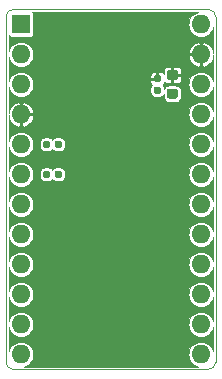
<source format=gbr>
%TF.GenerationSoftware,KiCad,Pcbnew,5.1.6+dfsg1-1~bpo10+1*%
%TF.CreationDate,2020-07-11T10:35:13+00:00*%
%TF.ProjectId,ProMicro_TEST,50726f4d-6963-4726-9f5f-544553542e6b,v1.0*%
%TF.SameCoordinates,Original*%
%TF.FileFunction,Copper,L1,Top*%
%TF.FilePolarity,Positive*%
%FSLAX45Y45*%
G04 Gerber Fmt 4.5, Leading zero omitted, Abs format (unit mm)*
G04 Created by KiCad (PCBNEW 5.1.6+dfsg1-1~bpo10+1) date 2020-07-11 10:35:13*
%MOMM*%
%LPD*%
G01*
G04 APERTURE LIST*
%TA.AperFunction,Profile*%
%ADD10C,0.100000*%
%TD*%
%TA.AperFunction,ComponentPad*%
%ADD11O,1.600000X1.600000*%
%TD*%
%TA.AperFunction,ComponentPad*%
%ADD12R,1.600000X1.600000*%
%TD*%
%TA.AperFunction,Conductor*%
%ADD13C,0.125000*%
%TD*%
G04 APERTURE END LIST*
D10*
X127000Y2857500D02*
X127000Y-63500D01*
X-1651000Y-63500D02*
X-1651000Y2857500D01*
X-1587500Y-127000D02*
G75*
G02*
X-1651000Y-63500I0J63500D01*
G01*
X127000Y-63500D02*
G75*
G02*
X63500Y-127000I-63500J0D01*
G01*
X63500Y2921000D02*
G75*
G02*
X127000Y2857500I0J-63500D01*
G01*
X-1651000Y2857500D02*
G75*
G02*
X-1587500Y2921000I63500J0D01*
G01*
X63500Y-127000D02*
X-1587500Y-127000D01*
X-1587500Y2921000D02*
X63500Y2921000D01*
%TA.AperFunction,SMDPad,CuDef*%
G36*
G01*
X-1238300Y1760750D02*
X-1238300Y1795250D01*
G75*
G02*
X-1223550Y1810000I14750J0D01*
G01*
X-1194050Y1810000D01*
G75*
G02*
X-1179300Y1795250I0J-14750D01*
G01*
X-1179300Y1760750D01*
G75*
G02*
X-1194050Y1746000I-14750J0D01*
G01*
X-1223550Y1746000D01*
G75*
G02*
X-1238300Y1760750I0J14750D01*
G01*
G37*
%TD.AperFunction*%
%TA.AperFunction,SMDPad,CuDef*%
G36*
G01*
X-1335300Y1760750D02*
X-1335300Y1795250D01*
G75*
G02*
X-1320550Y1810000I14750J0D01*
G01*
X-1291050Y1810000D01*
G75*
G02*
X-1276300Y1795250I0J-14750D01*
G01*
X-1276300Y1760750D01*
G75*
G02*
X-1291050Y1746000I-14750J0D01*
G01*
X-1320550Y1746000D01*
G75*
G02*
X-1335300Y1760750I0J14750D01*
G01*
G37*
%TD.AperFunction*%
%TA.AperFunction,SMDPad,CuDef*%
G36*
G01*
X-1238300Y1506750D02*
X-1238300Y1541250D01*
G75*
G02*
X-1223550Y1556000I14750J0D01*
G01*
X-1194050Y1556000D01*
G75*
G02*
X-1179300Y1541250I0J-14750D01*
G01*
X-1179300Y1506750D01*
G75*
G02*
X-1194050Y1492000I-14750J0D01*
G01*
X-1223550Y1492000D01*
G75*
G02*
X-1238300Y1506750I0J14750D01*
G01*
G37*
%TD.AperFunction*%
%TA.AperFunction,SMDPad,CuDef*%
G36*
G01*
X-1335300Y1506750D02*
X-1335300Y1541250D01*
G75*
G02*
X-1320550Y1556000I14750J0D01*
G01*
X-1291050Y1556000D01*
G75*
G02*
X-1276300Y1541250I0J-14750D01*
G01*
X-1276300Y1506750D01*
G75*
G02*
X-1291050Y1492000I-14750J0D01*
G01*
X-1320550Y1492000D01*
G75*
G02*
X-1335300Y1506750I0J14750D01*
G01*
G37*
%TD.AperFunction*%
%TA.AperFunction,SMDPad,CuDef*%
G36*
G01*
X-215675Y2321000D02*
X-266925Y2321000D01*
G75*
G02*
X-288800Y2342875I0J21875D01*
G01*
X-288800Y2386625D01*
G75*
G02*
X-266925Y2408500I21875J0D01*
G01*
X-215675Y2408500D01*
G75*
G02*
X-193800Y2386625I0J-21875D01*
G01*
X-193800Y2342875D01*
G75*
G02*
X-215675Y2321000I-21875J0D01*
G01*
G37*
%TD.AperFunction*%
%TA.AperFunction,SMDPad,CuDef*%
G36*
G01*
X-215675Y2163500D02*
X-266925Y2163500D01*
G75*
G02*
X-288800Y2185375I0J21875D01*
G01*
X-288800Y2229125D01*
G75*
G02*
X-266925Y2251000I21875J0D01*
G01*
X-215675Y2251000D01*
G75*
G02*
X-193800Y2229125I0J-21875D01*
G01*
X-193800Y2185375D01*
G75*
G02*
X-215675Y2163500I-21875J0D01*
G01*
G37*
%TD.AperFunction*%
%TA.AperFunction,SMDPad,CuDef*%
G36*
G01*
X-351050Y2305000D02*
X-385550Y2305000D01*
G75*
G02*
X-400300Y2319750I0J14750D01*
G01*
X-400300Y2349250D01*
G75*
G02*
X-385550Y2364000I14750J0D01*
G01*
X-351050Y2364000D01*
G75*
G02*
X-336300Y2349250I0J-14750D01*
G01*
X-336300Y2319750D01*
G75*
G02*
X-351050Y2305000I-14750J0D01*
G01*
G37*
%TD.AperFunction*%
%TA.AperFunction,SMDPad,CuDef*%
G36*
G01*
X-351050Y2208000D02*
X-385550Y2208000D01*
G75*
G02*
X-400300Y2222750I0J14750D01*
G01*
X-400300Y2252250D01*
G75*
G02*
X-385550Y2267000I14750J0D01*
G01*
X-351050Y2267000D01*
G75*
G02*
X-336300Y2252250I0J-14750D01*
G01*
X-336300Y2222750D01*
G75*
G02*
X-351050Y2208000I-14750J0D01*
G01*
G37*
%TD.AperFunction*%
D11*
X0Y2794000D03*
X0Y2540000D03*
X0Y2286000D03*
X-1524000Y0D03*
X0Y2032000D03*
X-1524000Y254000D03*
X0Y1778000D03*
X-1524000Y508000D03*
X0Y1524000D03*
X-1524000Y762000D03*
X0Y1270000D03*
X-1524000Y1016000D03*
X0Y1016000D03*
X-1524000Y1270000D03*
X0Y762000D03*
X-1524000Y1524000D03*
X0Y508000D03*
X-1524000Y1778000D03*
X0Y254000D03*
X-1524000Y2032000D03*
X0Y0D03*
X-1524000Y2286000D03*
X-1524000Y2540000D03*
D12*
X-1524000Y2794000D03*
D13*
G36*
X-40857Y2892637D02*
G01*
X-59315Y2882771D01*
X-75494Y2869493D01*
X-88771Y2853315D01*
X-98637Y2834857D01*
X-104713Y2814829D01*
X-106764Y2794000D01*
X-104713Y2773171D01*
X-98637Y2753143D01*
X-88771Y2734685D01*
X-75494Y2718507D01*
X-59315Y2705229D01*
X-40857Y2695363D01*
X-20829Y2689287D01*
X-5219Y2687750D01*
X5219Y2687750D01*
X20829Y2689287D01*
X40857Y2695363D01*
X59315Y2705229D01*
X75494Y2718507D01*
X88771Y2734685D01*
X98637Y2753143D01*
X103250Y2768350D01*
X103250Y2548750D01*
X99303Y2548750D01*
X103217Y2565207D01*
X99826Y2576385D01*
X90810Y2595161D01*
X78303Y2611818D01*
X62788Y2625714D01*
X44859Y2636316D01*
X25207Y2643217D01*
X8750Y2639327D01*
X8750Y2548750D01*
X10750Y2548750D01*
X10750Y2531250D01*
X8750Y2531250D01*
X8750Y2440673D01*
X25207Y2436783D01*
X44859Y2443684D01*
X62788Y2454286D01*
X78303Y2468182D01*
X90810Y2484839D01*
X99826Y2503615D01*
X103217Y2514793D01*
X99303Y2531250D01*
X103250Y2531250D01*
X103250Y2311650D01*
X98637Y2326857D01*
X88771Y2345315D01*
X75494Y2361494D01*
X59315Y2374771D01*
X40857Y2384637D01*
X20829Y2390713D01*
X5219Y2392250D01*
X-5219Y2392250D01*
X-20829Y2390713D01*
X-40857Y2384637D01*
X-59315Y2374771D01*
X-75494Y2361494D01*
X-88771Y2345315D01*
X-98637Y2326857D01*
X-104713Y2306829D01*
X-106764Y2286000D01*
X-104713Y2265171D01*
X-98637Y2245143D01*
X-88771Y2226685D01*
X-75494Y2210507D01*
X-59315Y2197229D01*
X-40857Y2187363D01*
X-20829Y2181287D01*
X-5219Y2179750D01*
X5219Y2179750D01*
X20829Y2181287D01*
X40857Y2187363D01*
X59315Y2197229D01*
X75494Y2210507D01*
X88771Y2226685D01*
X98637Y2245143D01*
X103250Y2260350D01*
X103250Y2057650D01*
X98637Y2072857D01*
X88771Y2091315D01*
X75494Y2107494D01*
X59315Y2120771D01*
X40857Y2130637D01*
X20829Y2136713D01*
X5219Y2138250D01*
X-5219Y2138250D01*
X-20829Y2136713D01*
X-40857Y2130637D01*
X-59315Y2120771D01*
X-75494Y2107494D01*
X-88771Y2091315D01*
X-98637Y2072857D01*
X-104713Y2052829D01*
X-106764Y2032000D01*
X-104713Y2011171D01*
X-98637Y1991143D01*
X-88771Y1972685D01*
X-75494Y1956506D01*
X-59315Y1943229D01*
X-40857Y1933363D01*
X-20829Y1927287D01*
X-5219Y1925750D01*
X5219Y1925750D01*
X20829Y1927287D01*
X40857Y1933363D01*
X59315Y1943229D01*
X75494Y1956506D01*
X88771Y1972685D01*
X98637Y1991143D01*
X103250Y2006350D01*
X103250Y1803650D01*
X98637Y1818857D01*
X88771Y1837315D01*
X75494Y1853493D01*
X59315Y1866771D01*
X40857Y1876637D01*
X20829Y1882713D01*
X5219Y1884250D01*
X-5219Y1884250D01*
X-20829Y1882713D01*
X-40857Y1876637D01*
X-59315Y1866771D01*
X-75494Y1853493D01*
X-88771Y1837315D01*
X-98637Y1818857D01*
X-104713Y1798829D01*
X-106764Y1778000D01*
X-104713Y1757171D01*
X-98637Y1737143D01*
X-88771Y1718685D01*
X-75494Y1702506D01*
X-59315Y1689229D01*
X-40857Y1679363D01*
X-20829Y1673287D01*
X-5219Y1671750D01*
X5219Y1671750D01*
X20829Y1673287D01*
X40857Y1679363D01*
X59315Y1689229D01*
X75494Y1702506D01*
X88771Y1718685D01*
X98637Y1737143D01*
X103250Y1752350D01*
X103250Y1549650D01*
X98637Y1564857D01*
X88771Y1583315D01*
X75494Y1599493D01*
X59315Y1612771D01*
X40857Y1622637D01*
X20829Y1628713D01*
X5219Y1630250D01*
X-5219Y1630250D01*
X-20829Y1628713D01*
X-40857Y1622637D01*
X-59315Y1612771D01*
X-75494Y1599493D01*
X-88771Y1583315D01*
X-98637Y1564857D01*
X-104713Y1544829D01*
X-106764Y1524000D01*
X-104713Y1503171D01*
X-98637Y1483143D01*
X-88771Y1464685D01*
X-75494Y1448506D01*
X-59315Y1435229D01*
X-40857Y1425363D01*
X-20829Y1419287D01*
X-5219Y1417750D01*
X5219Y1417750D01*
X20829Y1419287D01*
X40857Y1425363D01*
X59315Y1435229D01*
X75494Y1448506D01*
X88771Y1464685D01*
X98637Y1483143D01*
X103250Y1498350D01*
X103250Y1295650D01*
X98637Y1310857D01*
X88771Y1329315D01*
X75494Y1345494D01*
X59315Y1358771D01*
X40857Y1368637D01*
X20829Y1374713D01*
X5219Y1376250D01*
X-5219Y1376250D01*
X-20829Y1374713D01*
X-40857Y1368637D01*
X-59315Y1358771D01*
X-75494Y1345494D01*
X-88771Y1329315D01*
X-98637Y1310857D01*
X-104713Y1290829D01*
X-106764Y1270000D01*
X-104713Y1249171D01*
X-98637Y1229143D01*
X-88771Y1210685D01*
X-75494Y1194507D01*
X-59315Y1181229D01*
X-40857Y1171363D01*
X-20829Y1165287D01*
X-5219Y1163750D01*
X5219Y1163750D01*
X20829Y1165287D01*
X40857Y1171363D01*
X59315Y1181229D01*
X75494Y1194507D01*
X88771Y1210685D01*
X98637Y1229143D01*
X103250Y1244350D01*
X103250Y1041650D01*
X98637Y1056857D01*
X88771Y1075315D01*
X75494Y1091494D01*
X59315Y1104771D01*
X40857Y1114637D01*
X20829Y1120713D01*
X5219Y1122250D01*
X-5219Y1122250D01*
X-20829Y1120713D01*
X-40857Y1114637D01*
X-59315Y1104771D01*
X-75494Y1091494D01*
X-88771Y1075315D01*
X-98637Y1056857D01*
X-104713Y1036829D01*
X-106764Y1016000D01*
X-104713Y995171D01*
X-98637Y975143D01*
X-88771Y956685D01*
X-75494Y940506D01*
X-59315Y927229D01*
X-40857Y917363D01*
X-20829Y911287D01*
X-5219Y909750D01*
X5219Y909750D01*
X20829Y911287D01*
X40857Y917363D01*
X59315Y927229D01*
X75494Y940506D01*
X88771Y956685D01*
X98637Y975143D01*
X103250Y990350D01*
X103250Y787650D01*
X98637Y802857D01*
X88771Y821315D01*
X75494Y837493D01*
X59315Y850771D01*
X40857Y860637D01*
X20829Y866713D01*
X5219Y868250D01*
X-5219Y868250D01*
X-20829Y866713D01*
X-40857Y860637D01*
X-59315Y850771D01*
X-75494Y837493D01*
X-88771Y821315D01*
X-98637Y802857D01*
X-104713Y782829D01*
X-106764Y762000D01*
X-104713Y741171D01*
X-98637Y721143D01*
X-88771Y702685D01*
X-75494Y686507D01*
X-59315Y673229D01*
X-40857Y663363D01*
X-20829Y657287D01*
X-5219Y655750D01*
X5219Y655750D01*
X20829Y657287D01*
X40857Y663363D01*
X59315Y673229D01*
X75494Y686507D01*
X88771Y702685D01*
X98637Y721143D01*
X103250Y736350D01*
X103250Y533650D01*
X98637Y548857D01*
X88771Y567315D01*
X75494Y583494D01*
X59315Y596771D01*
X40857Y606637D01*
X20829Y612713D01*
X5219Y614250D01*
X-5219Y614250D01*
X-20829Y612713D01*
X-40857Y606637D01*
X-59315Y596771D01*
X-75494Y583494D01*
X-88771Y567315D01*
X-98637Y548857D01*
X-104713Y528829D01*
X-106764Y508000D01*
X-104713Y487171D01*
X-98637Y467143D01*
X-88771Y448685D01*
X-75494Y432506D01*
X-59315Y419229D01*
X-40857Y409363D01*
X-20829Y403287D01*
X-5219Y401750D01*
X5219Y401750D01*
X20829Y403287D01*
X40857Y409363D01*
X59315Y419229D01*
X75494Y432506D01*
X88771Y448685D01*
X98637Y467143D01*
X103250Y482350D01*
X103250Y279650D01*
X98637Y294857D01*
X88771Y313315D01*
X75494Y329494D01*
X59315Y342771D01*
X40857Y352637D01*
X20829Y358713D01*
X5219Y360250D01*
X-5219Y360250D01*
X-20829Y358713D01*
X-40857Y352637D01*
X-59315Y342771D01*
X-75494Y329494D01*
X-88771Y313315D01*
X-98637Y294857D01*
X-104713Y274829D01*
X-106764Y254000D01*
X-104713Y233171D01*
X-98637Y213143D01*
X-88771Y194685D01*
X-75494Y178506D01*
X-59315Y165229D01*
X-40857Y155363D01*
X-20829Y149287D01*
X-5219Y147750D01*
X5219Y147750D01*
X20829Y149287D01*
X40857Y155363D01*
X59315Y165229D01*
X75494Y178506D01*
X88771Y194685D01*
X98637Y213143D01*
X103250Y228350D01*
X103250Y25650D01*
X98637Y40857D01*
X88771Y59315D01*
X75494Y75494D01*
X59315Y88771D01*
X40857Y98637D01*
X20829Y104713D01*
X5219Y106250D01*
X-5219Y106250D01*
X-20829Y104713D01*
X-40857Y98637D01*
X-59315Y88771D01*
X-75494Y75494D01*
X-88771Y59315D01*
X-98637Y40857D01*
X-104713Y20829D01*
X-106764Y0D01*
X-104713Y-20829D01*
X-98637Y-40857D01*
X-88771Y-59315D01*
X-75494Y-75494D01*
X-59315Y-88771D01*
X-40857Y-98637D01*
X-25650Y-103250D01*
X-1498350Y-103250D01*
X-1483143Y-98637D01*
X-1464685Y-88771D01*
X-1448506Y-75494D01*
X-1435229Y-59315D01*
X-1425363Y-40857D01*
X-1419287Y-20829D01*
X-1417236Y0D01*
X-1419287Y20829D01*
X-1425363Y40857D01*
X-1435229Y59315D01*
X-1448506Y75494D01*
X-1464685Y88771D01*
X-1483143Y98637D01*
X-1503171Y104713D01*
X-1518781Y106250D01*
X-1529219Y106250D01*
X-1544829Y104713D01*
X-1564857Y98637D01*
X-1583315Y88771D01*
X-1599493Y75494D01*
X-1612771Y59315D01*
X-1622637Y40857D01*
X-1627250Y25650D01*
X-1627250Y228350D01*
X-1622637Y213143D01*
X-1612771Y194685D01*
X-1599493Y178506D01*
X-1583315Y165229D01*
X-1564857Y155363D01*
X-1544829Y149287D01*
X-1529219Y147750D01*
X-1518781Y147750D01*
X-1503171Y149287D01*
X-1483143Y155363D01*
X-1464685Y165229D01*
X-1448506Y178506D01*
X-1435229Y194685D01*
X-1425363Y213143D01*
X-1419287Y233171D01*
X-1417236Y254000D01*
X-1419287Y274829D01*
X-1425363Y294857D01*
X-1435229Y313315D01*
X-1448506Y329494D01*
X-1464685Y342771D01*
X-1483143Y352637D01*
X-1503171Y358713D01*
X-1518781Y360250D01*
X-1529219Y360250D01*
X-1544829Y358713D01*
X-1564857Y352637D01*
X-1583315Y342771D01*
X-1599493Y329494D01*
X-1612771Y313315D01*
X-1622637Y294857D01*
X-1627250Y279650D01*
X-1627250Y482350D01*
X-1622637Y467143D01*
X-1612771Y448685D01*
X-1599493Y432506D01*
X-1583315Y419229D01*
X-1564857Y409363D01*
X-1544829Y403287D01*
X-1529219Y401750D01*
X-1518781Y401750D01*
X-1503171Y403287D01*
X-1483143Y409363D01*
X-1464685Y419229D01*
X-1448506Y432506D01*
X-1435229Y448685D01*
X-1425363Y467143D01*
X-1419287Y487171D01*
X-1417236Y508000D01*
X-1419287Y528829D01*
X-1425363Y548857D01*
X-1435229Y567315D01*
X-1448506Y583494D01*
X-1464685Y596771D01*
X-1483143Y606637D01*
X-1503171Y612713D01*
X-1518781Y614250D01*
X-1529219Y614250D01*
X-1544829Y612713D01*
X-1564857Y606637D01*
X-1583315Y596771D01*
X-1599493Y583494D01*
X-1612771Y567315D01*
X-1622637Y548857D01*
X-1627250Y533650D01*
X-1627250Y736350D01*
X-1622637Y721143D01*
X-1612771Y702685D01*
X-1599493Y686507D01*
X-1583315Y673229D01*
X-1564857Y663363D01*
X-1544829Y657287D01*
X-1529219Y655750D01*
X-1518781Y655750D01*
X-1503171Y657287D01*
X-1483143Y663363D01*
X-1464685Y673229D01*
X-1448506Y686507D01*
X-1435229Y702685D01*
X-1425363Y721143D01*
X-1419287Y741171D01*
X-1417236Y762000D01*
X-1419287Y782829D01*
X-1425363Y802857D01*
X-1435229Y821315D01*
X-1448506Y837493D01*
X-1464685Y850771D01*
X-1483143Y860637D01*
X-1503171Y866713D01*
X-1518781Y868250D01*
X-1529219Y868250D01*
X-1544829Y866713D01*
X-1564857Y860637D01*
X-1583315Y850771D01*
X-1599493Y837493D01*
X-1612771Y821315D01*
X-1622637Y802857D01*
X-1627250Y787650D01*
X-1627250Y990350D01*
X-1622637Y975143D01*
X-1612771Y956685D01*
X-1599493Y940506D01*
X-1583315Y927229D01*
X-1564857Y917363D01*
X-1544829Y911287D01*
X-1529219Y909750D01*
X-1518781Y909750D01*
X-1503171Y911287D01*
X-1483143Y917363D01*
X-1464685Y927229D01*
X-1448506Y940506D01*
X-1435229Y956685D01*
X-1425363Y975143D01*
X-1419287Y995171D01*
X-1417236Y1016000D01*
X-1419287Y1036829D01*
X-1425363Y1056857D01*
X-1435229Y1075315D01*
X-1448506Y1091494D01*
X-1464685Y1104771D01*
X-1483143Y1114637D01*
X-1503171Y1120713D01*
X-1518781Y1122250D01*
X-1529219Y1122250D01*
X-1544829Y1120713D01*
X-1564857Y1114637D01*
X-1583315Y1104771D01*
X-1599493Y1091494D01*
X-1612771Y1075315D01*
X-1622637Y1056857D01*
X-1627250Y1041650D01*
X-1627250Y1244350D01*
X-1622637Y1229143D01*
X-1612771Y1210685D01*
X-1599493Y1194507D01*
X-1583315Y1181229D01*
X-1564857Y1171363D01*
X-1544829Y1165287D01*
X-1529219Y1163750D01*
X-1518781Y1163750D01*
X-1503171Y1165287D01*
X-1483143Y1171363D01*
X-1464685Y1181229D01*
X-1448506Y1194507D01*
X-1435229Y1210685D01*
X-1425363Y1229143D01*
X-1419287Y1249171D01*
X-1417236Y1270000D01*
X-1419287Y1290829D01*
X-1425363Y1310857D01*
X-1435229Y1329315D01*
X-1448506Y1345494D01*
X-1464685Y1358771D01*
X-1483143Y1368637D01*
X-1503171Y1374713D01*
X-1518781Y1376250D01*
X-1529219Y1376250D01*
X-1544829Y1374713D01*
X-1564857Y1368637D01*
X-1583315Y1358771D01*
X-1599493Y1345494D01*
X-1612771Y1329315D01*
X-1622637Y1310857D01*
X-1627250Y1295650D01*
X-1627250Y1498350D01*
X-1622637Y1483143D01*
X-1612771Y1464685D01*
X-1599493Y1448506D01*
X-1583315Y1435229D01*
X-1564857Y1425363D01*
X-1544829Y1419287D01*
X-1529219Y1417750D01*
X-1518781Y1417750D01*
X-1503171Y1419287D01*
X-1483143Y1425363D01*
X-1464685Y1435229D01*
X-1448506Y1448506D01*
X-1435229Y1464685D01*
X-1425363Y1483143D01*
X-1419287Y1503171D01*
X-1417236Y1524000D01*
X-1418935Y1541250D01*
X-1361677Y1541250D01*
X-1361677Y1506750D01*
X-1360887Y1498726D01*
X-1358546Y1491011D01*
X-1354746Y1483901D01*
X-1349631Y1477669D01*
X-1343399Y1472554D01*
X-1336289Y1468754D01*
X-1328574Y1466413D01*
X-1320550Y1465623D01*
X-1291050Y1465623D01*
X-1283027Y1466413D01*
X-1275311Y1468754D01*
X-1268201Y1472554D01*
X-1261969Y1477669D01*
X-1257300Y1483358D01*
X-1252631Y1477669D01*
X-1246399Y1472554D01*
X-1239289Y1468754D01*
X-1231574Y1466413D01*
X-1223550Y1465623D01*
X-1194050Y1465623D01*
X-1186027Y1466413D01*
X-1178311Y1468754D01*
X-1171201Y1472554D01*
X-1164969Y1477669D01*
X-1159854Y1483901D01*
X-1156054Y1491011D01*
X-1153713Y1498726D01*
X-1152923Y1506750D01*
X-1152923Y1541250D01*
X-1153713Y1549273D01*
X-1156054Y1556989D01*
X-1159854Y1564099D01*
X-1164969Y1570331D01*
X-1171201Y1575446D01*
X-1178311Y1579246D01*
X-1186027Y1581587D01*
X-1194050Y1582377D01*
X-1223550Y1582377D01*
X-1231574Y1581587D01*
X-1239289Y1579246D01*
X-1246399Y1575446D01*
X-1252631Y1570331D01*
X-1257300Y1564642D01*
X-1261969Y1570331D01*
X-1268201Y1575446D01*
X-1275311Y1579246D01*
X-1283027Y1581587D01*
X-1291050Y1582377D01*
X-1320550Y1582377D01*
X-1328574Y1581587D01*
X-1336289Y1579246D01*
X-1343399Y1575446D01*
X-1349631Y1570331D01*
X-1354746Y1564099D01*
X-1358546Y1556989D01*
X-1360887Y1549273D01*
X-1361677Y1541250D01*
X-1418935Y1541250D01*
X-1419287Y1544829D01*
X-1425363Y1564857D01*
X-1435229Y1583315D01*
X-1448506Y1599493D01*
X-1464685Y1612771D01*
X-1483143Y1622637D01*
X-1503171Y1628713D01*
X-1518781Y1630250D01*
X-1529219Y1630250D01*
X-1544829Y1628713D01*
X-1564857Y1622637D01*
X-1583315Y1612771D01*
X-1599493Y1599493D01*
X-1612771Y1583315D01*
X-1622637Y1564857D01*
X-1627250Y1549650D01*
X-1627250Y1752350D01*
X-1622637Y1737143D01*
X-1612771Y1718685D01*
X-1599493Y1702506D01*
X-1583315Y1689229D01*
X-1564857Y1679363D01*
X-1544829Y1673287D01*
X-1529219Y1671750D01*
X-1518781Y1671750D01*
X-1503171Y1673287D01*
X-1483143Y1679363D01*
X-1464685Y1689229D01*
X-1448506Y1702506D01*
X-1435229Y1718685D01*
X-1425363Y1737143D01*
X-1419287Y1757171D01*
X-1417236Y1778000D01*
X-1418935Y1795250D01*
X-1361677Y1795250D01*
X-1361677Y1760750D01*
X-1360887Y1752726D01*
X-1358546Y1745011D01*
X-1354746Y1737901D01*
X-1349631Y1731669D01*
X-1343399Y1726554D01*
X-1336289Y1722754D01*
X-1328574Y1720413D01*
X-1320550Y1719623D01*
X-1291050Y1719623D01*
X-1283027Y1720413D01*
X-1275311Y1722754D01*
X-1268201Y1726554D01*
X-1261969Y1731669D01*
X-1257300Y1737358D01*
X-1252631Y1731669D01*
X-1246399Y1726554D01*
X-1239289Y1722754D01*
X-1231574Y1720413D01*
X-1223550Y1719623D01*
X-1194050Y1719623D01*
X-1186027Y1720413D01*
X-1178311Y1722754D01*
X-1171201Y1726554D01*
X-1164969Y1731669D01*
X-1159854Y1737901D01*
X-1156054Y1745011D01*
X-1153713Y1752726D01*
X-1152923Y1760750D01*
X-1152923Y1795250D01*
X-1153713Y1803273D01*
X-1156054Y1810989D01*
X-1159854Y1818099D01*
X-1164969Y1824331D01*
X-1171201Y1829446D01*
X-1178311Y1833246D01*
X-1186027Y1835587D01*
X-1194050Y1836377D01*
X-1223550Y1836377D01*
X-1231574Y1835587D01*
X-1239289Y1833246D01*
X-1246399Y1829446D01*
X-1252631Y1824331D01*
X-1257300Y1818642D01*
X-1261969Y1824331D01*
X-1268201Y1829446D01*
X-1275311Y1833246D01*
X-1283027Y1835587D01*
X-1291050Y1836377D01*
X-1320550Y1836377D01*
X-1328574Y1835587D01*
X-1336289Y1833246D01*
X-1343399Y1829446D01*
X-1349631Y1824331D01*
X-1354746Y1818099D01*
X-1358546Y1810989D01*
X-1360887Y1803273D01*
X-1361677Y1795250D01*
X-1418935Y1795250D01*
X-1419287Y1798829D01*
X-1425363Y1818857D01*
X-1435229Y1837315D01*
X-1448506Y1853493D01*
X-1464685Y1866771D01*
X-1483143Y1876637D01*
X-1503171Y1882713D01*
X-1518781Y1884250D01*
X-1529219Y1884250D01*
X-1544829Y1882713D01*
X-1564857Y1876637D01*
X-1583315Y1866771D01*
X-1599493Y1853493D01*
X-1612771Y1837315D01*
X-1622637Y1818857D01*
X-1627250Y1803650D01*
X-1627250Y2023250D01*
X-1623303Y2023250D01*
X-1627217Y2006793D01*
X-1623826Y1995615D01*
X-1614810Y1976839D01*
X-1602303Y1960182D01*
X-1586788Y1946286D01*
X-1568859Y1935684D01*
X-1549207Y1928783D01*
X-1532750Y1932673D01*
X-1532750Y2023250D01*
X-1515250Y2023250D01*
X-1515250Y1932673D01*
X-1498793Y1928783D01*
X-1479141Y1935684D01*
X-1461212Y1946286D01*
X-1445697Y1960182D01*
X-1433190Y1976839D01*
X-1424174Y1995615D01*
X-1420783Y2006793D01*
X-1424697Y2023250D01*
X-1515250Y2023250D01*
X-1532750Y2023250D01*
X-1534750Y2023250D01*
X-1534750Y2040750D01*
X-1532750Y2040750D01*
X-1532750Y2131327D01*
X-1515250Y2131327D01*
X-1515250Y2040750D01*
X-1424697Y2040750D01*
X-1420783Y2057207D01*
X-1424174Y2068385D01*
X-1433190Y2087161D01*
X-1445697Y2103818D01*
X-1461212Y2117714D01*
X-1479141Y2128316D01*
X-1498793Y2135217D01*
X-1515250Y2131327D01*
X-1532750Y2131327D01*
X-1549207Y2135217D01*
X-1568859Y2128316D01*
X-1586788Y2117714D01*
X-1602303Y2103818D01*
X-1614810Y2087161D01*
X-1623826Y2068385D01*
X-1627217Y2057207D01*
X-1623303Y2040750D01*
X-1627250Y2040750D01*
X-1627250Y2260350D01*
X-1622637Y2245143D01*
X-1612771Y2226685D01*
X-1599493Y2210507D01*
X-1583315Y2197229D01*
X-1564857Y2187363D01*
X-1544829Y2181287D01*
X-1529219Y2179750D01*
X-1518781Y2179750D01*
X-1503171Y2181287D01*
X-1483143Y2187363D01*
X-1464685Y2197229D01*
X-1448506Y2210507D01*
X-1435229Y2226685D01*
X-1425363Y2245143D01*
X-1419287Y2265171D01*
X-1417236Y2286000D01*
X-1419107Y2305000D01*
X-426677Y2305000D01*
X-426170Y2299854D01*
X-424669Y2294906D01*
X-422232Y2290346D01*
X-418951Y2286349D01*
X-414954Y2283068D01*
X-413477Y2282279D01*
X-414631Y2281331D01*
X-419746Y2275099D01*
X-423546Y2267989D01*
X-425887Y2260274D01*
X-426677Y2252250D01*
X-426677Y2222750D01*
X-425887Y2214727D01*
X-423546Y2207011D01*
X-419746Y2199901D01*
X-414631Y2193669D01*
X-408399Y2188554D01*
X-401289Y2184754D01*
X-393573Y2182413D01*
X-385550Y2181623D01*
X-351050Y2181623D01*
X-343027Y2182413D01*
X-335311Y2184754D01*
X-328201Y2188554D01*
X-321969Y2193669D01*
X-316854Y2199901D01*
X-315177Y2203039D01*
X-315177Y2185375D01*
X-314250Y2175962D01*
X-311504Y2166910D01*
X-307045Y2158568D01*
X-301044Y2151256D01*
X-293732Y2145255D01*
X-285390Y2140796D01*
X-276339Y2138050D01*
X-266925Y2137123D01*
X-215675Y2137123D01*
X-206261Y2138050D01*
X-197210Y2140796D01*
X-188868Y2145255D01*
X-181556Y2151256D01*
X-175555Y2158568D01*
X-171096Y2166910D01*
X-168350Y2175962D01*
X-167423Y2185375D01*
X-167423Y2229125D01*
X-168350Y2238539D01*
X-171096Y2247590D01*
X-175555Y2255932D01*
X-181556Y2263244D01*
X-188868Y2269245D01*
X-197210Y2273704D01*
X-206261Y2276450D01*
X-215675Y2277377D01*
X-266925Y2277377D01*
X-276339Y2276450D01*
X-285390Y2273704D01*
X-293732Y2269245D01*
X-301044Y2263244D01*
X-307045Y2255932D01*
X-309923Y2250548D01*
X-309923Y2252250D01*
X-310713Y2260274D01*
X-313054Y2267989D01*
X-316854Y2275099D01*
X-321969Y2281331D01*
X-323123Y2282279D01*
X-321646Y2283068D01*
X-317649Y2286349D01*
X-314368Y2290346D01*
X-311931Y2294906D01*
X-310430Y2299854D01*
X-309923Y2305000D01*
X-309926Y2305364D01*
X-307451Y2302349D01*
X-303454Y2299068D01*
X-298894Y2296631D01*
X-293946Y2295130D01*
X-288800Y2294623D01*
X-256612Y2294750D01*
X-250050Y2301313D01*
X-250050Y2356000D01*
X-232550Y2356000D01*
X-232550Y2301313D01*
X-225987Y2294750D01*
X-193800Y2294623D01*
X-188654Y2295130D01*
X-183706Y2296631D01*
X-179146Y2299068D01*
X-175149Y2302349D01*
X-171868Y2306346D01*
X-169431Y2310906D01*
X-167930Y2315854D01*
X-167423Y2321000D01*
X-167550Y2349438D01*
X-174113Y2356000D01*
X-232550Y2356000D01*
X-250050Y2356000D01*
X-252050Y2356000D01*
X-252050Y2373500D01*
X-250050Y2373500D01*
X-250050Y2428188D01*
X-232550Y2428188D01*
X-232550Y2373500D01*
X-174113Y2373500D01*
X-167550Y2380063D01*
X-167423Y2408500D01*
X-167930Y2413646D01*
X-169431Y2418594D01*
X-171868Y2423154D01*
X-175149Y2427151D01*
X-179146Y2430432D01*
X-183706Y2432869D01*
X-188654Y2434370D01*
X-193800Y2434877D01*
X-225987Y2434750D01*
X-232550Y2428188D01*
X-250050Y2428188D01*
X-256612Y2434750D01*
X-288800Y2434877D01*
X-293946Y2434370D01*
X-298894Y2432869D01*
X-303454Y2430432D01*
X-307451Y2427151D01*
X-310732Y2423154D01*
X-313169Y2418594D01*
X-314670Y2413646D01*
X-315177Y2408500D01*
X-315050Y2380063D01*
X-308488Y2373500D01*
X-311751Y2373500D01*
X-311931Y2374094D01*
X-314368Y2378654D01*
X-317649Y2382651D01*
X-321646Y2385932D01*
X-326206Y2388369D01*
X-331154Y2389870D01*
X-336300Y2390377D01*
X-352987Y2390250D01*
X-359550Y2383688D01*
X-359550Y2343250D01*
X-357550Y2343250D01*
X-357550Y2325750D01*
X-359550Y2325750D01*
X-359550Y2323750D01*
X-377050Y2323750D01*
X-377050Y2325750D01*
X-419987Y2325750D01*
X-426550Y2319188D01*
X-426677Y2305000D01*
X-1419107Y2305000D01*
X-1419287Y2306829D01*
X-1425363Y2326857D01*
X-1435229Y2345315D01*
X-1448506Y2361494D01*
X-1451561Y2364000D01*
X-426677Y2364000D01*
X-426550Y2349813D01*
X-419987Y2343250D01*
X-377050Y2343250D01*
X-377050Y2383688D01*
X-383612Y2390250D01*
X-400300Y2390377D01*
X-405446Y2389870D01*
X-410394Y2388369D01*
X-414954Y2385932D01*
X-418951Y2382651D01*
X-422232Y2378654D01*
X-424669Y2374094D01*
X-426170Y2369146D01*
X-426677Y2364000D01*
X-1451561Y2364000D01*
X-1464685Y2374771D01*
X-1483143Y2384637D01*
X-1503171Y2390713D01*
X-1518781Y2392250D01*
X-1529219Y2392250D01*
X-1544829Y2390713D01*
X-1564857Y2384637D01*
X-1583315Y2374771D01*
X-1599493Y2361494D01*
X-1612771Y2345315D01*
X-1622637Y2326857D01*
X-1627250Y2311650D01*
X-1627250Y2514350D01*
X-1622637Y2499143D01*
X-1612771Y2480685D01*
X-1599493Y2464507D01*
X-1583315Y2451229D01*
X-1564857Y2441363D01*
X-1544829Y2435287D01*
X-1529219Y2433750D01*
X-1518781Y2433750D01*
X-1503171Y2435287D01*
X-1483143Y2441363D01*
X-1464685Y2451229D01*
X-1448506Y2464507D01*
X-1435229Y2480685D01*
X-1425363Y2499143D01*
X-1420616Y2514793D01*
X-103217Y2514793D01*
X-99826Y2503615D01*
X-90810Y2484839D01*
X-78303Y2468182D01*
X-62788Y2454286D01*
X-44859Y2443684D01*
X-25207Y2436783D01*
X-8750Y2440673D01*
X-8750Y2531250D01*
X-99303Y2531250D01*
X-103217Y2514793D01*
X-1420616Y2514793D01*
X-1419287Y2519171D01*
X-1417236Y2540000D01*
X-1419287Y2560829D01*
X-1420615Y2565207D01*
X-103217Y2565207D01*
X-99303Y2548750D01*
X-8750Y2548750D01*
X-8750Y2639327D01*
X-25207Y2643217D01*
X-44859Y2636316D01*
X-62788Y2625714D01*
X-78303Y2611818D01*
X-90810Y2595161D01*
X-99826Y2576385D01*
X-103217Y2565207D01*
X-1420615Y2565207D01*
X-1425363Y2580857D01*
X-1435229Y2599315D01*
X-1448506Y2615494D01*
X-1464685Y2628771D01*
X-1483143Y2638637D01*
X-1503171Y2644713D01*
X-1518781Y2646250D01*
X-1529219Y2646250D01*
X-1544829Y2644713D01*
X-1564857Y2638637D01*
X-1583315Y2628771D01*
X-1599493Y2615494D01*
X-1612771Y2599315D01*
X-1622637Y2580857D01*
X-1627250Y2565650D01*
X-1627250Y2701812D01*
X-1625932Y2699346D01*
X-1622651Y2695349D01*
X-1618654Y2692068D01*
X-1614094Y2689631D01*
X-1609146Y2688130D01*
X-1604000Y2687623D01*
X-1444000Y2687623D01*
X-1438854Y2688130D01*
X-1433906Y2689631D01*
X-1429346Y2692068D01*
X-1425349Y2695349D01*
X-1422068Y2699346D01*
X-1419631Y2703906D01*
X-1418130Y2708854D01*
X-1417623Y2714000D01*
X-1417623Y2874000D01*
X-1418130Y2879146D01*
X-1419631Y2884094D01*
X-1422068Y2888654D01*
X-1425349Y2892651D01*
X-1429346Y2895932D01*
X-1431812Y2897250D01*
X-25650Y2897250D01*
X-40857Y2892637D01*
G37*
X-40857Y2892637D02*
X-59315Y2882771D01*
X-75494Y2869493D01*
X-88771Y2853315D01*
X-98637Y2834857D01*
X-104713Y2814829D01*
X-106764Y2794000D01*
X-104713Y2773171D01*
X-98637Y2753143D01*
X-88771Y2734685D01*
X-75494Y2718507D01*
X-59315Y2705229D01*
X-40857Y2695363D01*
X-20829Y2689287D01*
X-5219Y2687750D01*
X5219Y2687750D01*
X20829Y2689287D01*
X40857Y2695363D01*
X59315Y2705229D01*
X75494Y2718507D01*
X88771Y2734685D01*
X98637Y2753143D01*
X103250Y2768350D01*
X103250Y2548750D01*
X99303Y2548750D01*
X103217Y2565207D01*
X99826Y2576385D01*
X90810Y2595161D01*
X78303Y2611818D01*
X62788Y2625714D01*
X44859Y2636316D01*
X25207Y2643217D01*
X8750Y2639327D01*
X8750Y2548750D01*
X10750Y2548750D01*
X10750Y2531250D01*
X8750Y2531250D01*
X8750Y2440673D01*
X25207Y2436783D01*
X44859Y2443684D01*
X62788Y2454286D01*
X78303Y2468182D01*
X90810Y2484839D01*
X99826Y2503615D01*
X103217Y2514793D01*
X99303Y2531250D01*
X103250Y2531250D01*
X103250Y2311650D01*
X98637Y2326857D01*
X88771Y2345315D01*
X75494Y2361494D01*
X59315Y2374771D01*
X40857Y2384637D01*
X20829Y2390713D01*
X5219Y2392250D01*
X-5219Y2392250D01*
X-20829Y2390713D01*
X-40857Y2384637D01*
X-59315Y2374771D01*
X-75494Y2361494D01*
X-88771Y2345315D01*
X-98637Y2326857D01*
X-104713Y2306829D01*
X-106764Y2286000D01*
X-104713Y2265171D01*
X-98637Y2245143D01*
X-88771Y2226685D01*
X-75494Y2210507D01*
X-59315Y2197229D01*
X-40857Y2187363D01*
X-20829Y2181287D01*
X-5219Y2179750D01*
X5219Y2179750D01*
X20829Y2181287D01*
X40857Y2187363D01*
X59315Y2197229D01*
X75494Y2210507D01*
X88771Y2226685D01*
X98637Y2245143D01*
X103250Y2260350D01*
X103250Y2057650D01*
X98637Y2072857D01*
X88771Y2091315D01*
X75494Y2107494D01*
X59315Y2120771D01*
X40857Y2130637D01*
X20829Y2136713D01*
X5219Y2138250D01*
X-5219Y2138250D01*
X-20829Y2136713D01*
X-40857Y2130637D01*
X-59315Y2120771D01*
X-75494Y2107494D01*
X-88771Y2091315D01*
X-98637Y2072857D01*
X-104713Y2052829D01*
X-106764Y2032000D01*
X-104713Y2011171D01*
X-98637Y1991143D01*
X-88771Y1972685D01*
X-75494Y1956506D01*
X-59315Y1943229D01*
X-40857Y1933363D01*
X-20829Y1927287D01*
X-5219Y1925750D01*
X5219Y1925750D01*
X20829Y1927287D01*
X40857Y1933363D01*
X59315Y1943229D01*
X75494Y1956506D01*
X88771Y1972685D01*
X98637Y1991143D01*
X103250Y2006350D01*
X103250Y1803650D01*
X98637Y1818857D01*
X88771Y1837315D01*
X75494Y1853493D01*
X59315Y1866771D01*
X40857Y1876637D01*
X20829Y1882713D01*
X5219Y1884250D01*
X-5219Y1884250D01*
X-20829Y1882713D01*
X-40857Y1876637D01*
X-59315Y1866771D01*
X-75494Y1853493D01*
X-88771Y1837315D01*
X-98637Y1818857D01*
X-104713Y1798829D01*
X-106764Y1778000D01*
X-104713Y1757171D01*
X-98637Y1737143D01*
X-88771Y1718685D01*
X-75494Y1702506D01*
X-59315Y1689229D01*
X-40857Y1679363D01*
X-20829Y1673287D01*
X-5219Y1671750D01*
X5219Y1671750D01*
X20829Y1673287D01*
X40857Y1679363D01*
X59315Y1689229D01*
X75494Y1702506D01*
X88771Y1718685D01*
X98637Y1737143D01*
X103250Y1752350D01*
X103250Y1549650D01*
X98637Y1564857D01*
X88771Y1583315D01*
X75494Y1599493D01*
X59315Y1612771D01*
X40857Y1622637D01*
X20829Y1628713D01*
X5219Y1630250D01*
X-5219Y1630250D01*
X-20829Y1628713D01*
X-40857Y1622637D01*
X-59315Y1612771D01*
X-75494Y1599493D01*
X-88771Y1583315D01*
X-98637Y1564857D01*
X-104713Y1544829D01*
X-106764Y1524000D01*
X-104713Y1503171D01*
X-98637Y1483143D01*
X-88771Y1464685D01*
X-75494Y1448506D01*
X-59315Y1435229D01*
X-40857Y1425363D01*
X-20829Y1419287D01*
X-5219Y1417750D01*
X5219Y1417750D01*
X20829Y1419287D01*
X40857Y1425363D01*
X59315Y1435229D01*
X75494Y1448506D01*
X88771Y1464685D01*
X98637Y1483143D01*
X103250Y1498350D01*
X103250Y1295650D01*
X98637Y1310857D01*
X88771Y1329315D01*
X75494Y1345494D01*
X59315Y1358771D01*
X40857Y1368637D01*
X20829Y1374713D01*
X5219Y1376250D01*
X-5219Y1376250D01*
X-20829Y1374713D01*
X-40857Y1368637D01*
X-59315Y1358771D01*
X-75494Y1345494D01*
X-88771Y1329315D01*
X-98637Y1310857D01*
X-104713Y1290829D01*
X-106764Y1270000D01*
X-104713Y1249171D01*
X-98637Y1229143D01*
X-88771Y1210685D01*
X-75494Y1194507D01*
X-59315Y1181229D01*
X-40857Y1171363D01*
X-20829Y1165287D01*
X-5219Y1163750D01*
X5219Y1163750D01*
X20829Y1165287D01*
X40857Y1171363D01*
X59315Y1181229D01*
X75494Y1194507D01*
X88771Y1210685D01*
X98637Y1229143D01*
X103250Y1244350D01*
X103250Y1041650D01*
X98637Y1056857D01*
X88771Y1075315D01*
X75494Y1091494D01*
X59315Y1104771D01*
X40857Y1114637D01*
X20829Y1120713D01*
X5219Y1122250D01*
X-5219Y1122250D01*
X-20829Y1120713D01*
X-40857Y1114637D01*
X-59315Y1104771D01*
X-75494Y1091494D01*
X-88771Y1075315D01*
X-98637Y1056857D01*
X-104713Y1036829D01*
X-106764Y1016000D01*
X-104713Y995171D01*
X-98637Y975143D01*
X-88771Y956685D01*
X-75494Y940506D01*
X-59315Y927229D01*
X-40857Y917363D01*
X-20829Y911287D01*
X-5219Y909750D01*
X5219Y909750D01*
X20829Y911287D01*
X40857Y917363D01*
X59315Y927229D01*
X75494Y940506D01*
X88771Y956685D01*
X98637Y975143D01*
X103250Y990350D01*
X103250Y787650D01*
X98637Y802857D01*
X88771Y821315D01*
X75494Y837493D01*
X59315Y850771D01*
X40857Y860637D01*
X20829Y866713D01*
X5219Y868250D01*
X-5219Y868250D01*
X-20829Y866713D01*
X-40857Y860637D01*
X-59315Y850771D01*
X-75494Y837493D01*
X-88771Y821315D01*
X-98637Y802857D01*
X-104713Y782829D01*
X-106764Y762000D01*
X-104713Y741171D01*
X-98637Y721143D01*
X-88771Y702685D01*
X-75494Y686507D01*
X-59315Y673229D01*
X-40857Y663363D01*
X-20829Y657287D01*
X-5219Y655750D01*
X5219Y655750D01*
X20829Y657287D01*
X40857Y663363D01*
X59315Y673229D01*
X75494Y686507D01*
X88771Y702685D01*
X98637Y721143D01*
X103250Y736350D01*
X103250Y533650D01*
X98637Y548857D01*
X88771Y567315D01*
X75494Y583494D01*
X59315Y596771D01*
X40857Y606637D01*
X20829Y612713D01*
X5219Y614250D01*
X-5219Y614250D01*
X-20829Y612713D01*
X-40857Y606637D01*
X-59315Y596771D01*
X-75494Y583494D01*
X-88771Y567315D01*
X-98637Y548857D01*
X-104713Y528829D01*
X-106764Y508000D01*
X-104713Y487171D01*
X-98637Y467143D01*
X-88771Y448685D01*
X-75494Y432506D01*
X-59315Y419229D01*
X-40857Y409363D01*
X-20829Y403287D01*
X-5219Y401750D01*
X5219Y401750D01*
X20829Y403287D01*
X40857Y409363D01*
X59315Y419229D01*
X75494Y432506D01*
X88771Y448685D01*
X98637Y467143D01*
X103250Y482350D01*
X103250Y279650D01*
X98637Y294857D01*
X88771Y313315D01*
X75494Y329494D01*
X59315Y342771D01*
X40857Y352637D01*
X20829Y358713D01*
X5219Y360250D01*
X-5219Y360250D01*
X-20829Y358713D01*
X-40857Y352637D01*
X-59315Y342771D01*
X-75494Y329494D01*
X-88771Y313315D01*
X-98637Y294857D01*
X-104713Y274829D01*
X-106764Y254000D01*
X-104713Y233171D01*
X-98637Y213143D01*
X-88771Y194685D01*
X-75494Y178506D01*
X-59315Y165229D01*
X-40857Y155363D01*
X-20829Y149287D01*
X-5219Y147750D01*
X5219Y147750D01*
X20829Y149287D01*
X40857Y155363D01*
X59315Y165229D01*
X75494Y178506D01*
X88771Y194685D01*
X98637Y213143D01*
X103250Y228350D01*
X103250Y25650D01*
X98637Y40857D01*
X88771Y59315D01*
X75494Y75494D01*
X59315Y88771D01*
X40857Y98637D01*
X20829Y104713D01*
X5219Y106250D01*
X-5219Y106250D01*
X-20829Y104713D01*
X-40857Y98637D01*
X-59315Y88771D01*
X-75494Y75494D01*
X-88771Y59315D01*
X-98637Y40857D01*
X-104713Y20829D01*
X-106764Y0D01*
X-104713Y-20829D01*
X-98637Y-40857D01*
X-88771Y-59315D01*
X-75494Y-75494D01*
X-59315Y-88771D01*
X-40857Y-98637D01*
X-25650Y-103250D01*
X-1498350Y-103250D01*
X-1483143Y-98637D01*
X-1464685Y-88771D01*
X-1448506Y-75494D01*
X-1435229Y-59315D01*
X-1425363Y-40857D01*
X-1419287Y-20829D01*
X-1417236Y0D01*
X-1419287Y20829D01*
X-1425363Y40857D01*
X-1435229Y59315D01*
X-1448506Y75494D01*
X-1464685Y88771D01*
X-1483143Y98637D01*
X-1503171Y104713D01*
X-1518781Y106250D01*
X-1529219Y106250D01*
X-1544829Y104713D01*
X-1564857Y98637D01*
X-1583315Y88771D01*
X-1599493Y75494D01*
X-1612771Y59315D01*
X-1622637Y40857D01*
X-1627250Y25650D01*
X-1627250Y228350D01*
X-1622637Y213143D01*
X-1612771Y194685D01*
X-1599493Y178506D01*
X-1583315Y165229D01*
X-1564857Y155363D01*
X-1544829Y149287D01*
X-1529219Y147750D01*
X-1518781Y147750D01*
X-1503171Y149287D01*
X-1483143Y155363D01*
X-1464685Y165229D01*
X-1448506Y178506D01*
X-1435229Y194685D01*
X-1425363Y213143D01*
X-1419287Y233171D01*
X-1417236Y254000D01*
X-1419287Y274829D01*
X-1425363Y294857D01*
X-1435229Y313315D01*
X-1448506Y329494D01*
X-1464685Y342771D01*
X-1483143Y352637D01*
X-1503171Y358713D01*
X-1518781Y360250D01*
X-1529219Y360250D01*
X-1544829Y358713D01*
X-1564857Y352637D01*
X-1583315Y342771D01*
X-1599493Y329494D01*
X-1612771Y313315D01*
X-1622637Y294857D01*
X-1627250Y279650D01*
X-1627250Y482350D01*
X-1622637Y467143D01*
X-1612771Y448685D01*
X-1599493Y432506D01*
X-1583315Y419229D01*
X-1564857Y409363D01*
X-1544829Y403287D01*
X-1529219Y401750D01*
X-1518781Y401750D01*
X-1503171Y403287D01*
X-1483143Y409363D01*
X-1464685Y419229D01*
X-1448506Y432506D01*
X-1435229Y448685D01*
X-1425363Y467143D01*
X-1419287Y487171D01*
X-1417236Y508000D01*
X-1419287Y528829D01*
X-1425363Y548857D01*
X-1435229Y567315D01*
X-1448506Y583494D01*
X-1464685Y596771D01*
X-1483143Y606637D01*
X-1503171Y612713D01*
X-1518781Y614250D01*
X-1529219Y614250D01*
X-1544829Y612713D01*
X-1564857Y606637D01*
X-1583315Y596771D01*
X-1599493Y583494D01*
X-1612771Y567315D01*
X-1622637Y548857D01*
X-1627250Y533650D01*
X-1627250Y736350D01*
X-1622637Y721143D01*
X-1612771Y702685D01*
X-1599493Y686507D01*
X-1583315Y673229D01*
X-1564857Y663363D01*
X-1544829Y657287D01*
X-1529219Y655750D01*
X-1518781Y655750D01*
X-1503171Y657287D01*
X-1483143Y663363D01*
X-1464685Y673229D01*
X-1448506Y686507D01*
X-1435229Y702685D01*
X-1425363Y721143D01*
X-1419287Y741171D01*
X-1417236Y762000D01*
X-1419287Y782829D01*
X-1425363Y802857D01*
X-1435229Y821315D01*
X-1448506Y837493D01*
X-1464685Y850771D01*
X-1483143Y860637D01*
X-1503171Y866713D01*
X-1518781Y868250D01*
X-1529219Y868250D01*
X-1544829Y866713D01*
X-1564857Y860637D01*
X-1583315Y850771D01*
X-1599493Y837493D01*
X-1612771Y821315D01*
X-1622637Y802857D01*
X-1627250Y787650D01*
X-1627250Y990350D01*
X-1622637Y975143D01*
X-1612771Y956685D01*
X-1599493Y940506D01*
X-1583315Y927229D01*
X-1564857Y917363D01*
X-1544829Y911287D01*
X-1529219Y909750D01*
X-1518781Y909750D01*
X-1503171Y911287D01*
X-1483143Y917363D01*
X-1464685Y927229D01*
X-1448506Y940506D01*
X-1435229Y956685D01*
X-1425363Y975143D01*
X-1419287Y995171D01*
X-1417236Y1016000D01*
X-1419287Y1036829D01*
X-1425363Y1056857D01*
X-1435229Y1075315D01*
X-1448506Y1091494D01*
X-1464685Y1104771D01*
X-1483143Y1114637D01*
X-1503171Y1120713D01*
X-1518781Y1122250D01*
X-1529219Y1122250D01*
X-1544829Y1120713D01*
X-1564857Y1114637D01*
X-1583315Y1104771D01*
X-1599493Y1091494D01*
X-1612771Y1075315D01*
X-1622637Y1056857D01*
X-1627250Y1041650D01*
X-1627250Y1244350D01*
X-1622637Y1229143D01*
X-1612771Y1210685D01*
X-1599493Y1194507D01*
X-1583315Y1181229D01*
X-1564857Y1171363D01*
X-1544829Y1165287D01*
X-1529219Y1163750D01*
X-1518781Y1163750D01*
X-1503171Y1165287D01*
X-1483143Y1171363D01*
X-1464685Y1181229D01*
X-1448506Y1194507D01*
X-1435229Y1210685D01*
X-1425363Y1229143D01*
X-1419287Y1249171D01*
X-1417236Y1270000D01*
X-1419287Y1290829D01*
X-1425363Y1310857D01*
X-1435229Y1329315D01*
X-1448506Y1345494D01*
X-1464685Y1358771D01*
X-1483143Y1368637D01*
X-1503171Y1374713D01*
X-1518781Y1376250D01*
X-1529219Y1376250D01*
X-1544829Y1374713D01*
X-1564857Y1368637D01*
X-1583315Y1358771D01*
X-1599493Y1345494D01*
X-1612771Y1329315D01*
X-1622637Y1310857D01*
X-1627250Y1295650D01*
X-1627250Y1498350D01*
X-1622637Y1483143D01*
X-1612771Y1464685D01*
X-1599493Y1448506D01*
X-1583315Y1435229D01*
X-1564857Y1425363D01*
X-1544829Y1419287D01*
X-1529219Y1417750D01*
X-1518781Y1417750D01*
X-1503171Y1419287D01*
X-1483143Y1425363D01*
X-1464685Y1435229D01*
X-1448506Y1448506D01*
X-1435229Y1464685D01*
X-1425363Y1483143D01*
X-1419287Y1503171D01*
X-1417236Y1524000D01*
X-1418935Y1541250D01*
X-1361677Y1541250D01*
X-1361677Y1506750D01*
X-1360887Y1498726D01*
X-1358546Y1491011D01*
X-1354746Y1483901D01*
X-1349631Y1477669D01*
X-1343399Y1472554D01*
X-1336289Y1468754D01*
X-1328574Y1466413D01*
X-1320550Y1465623D01*
X-1291050Y1465623D01*
X-1283027Y1466413D01*
X-1275311Y1468754D01*
X-1268201Y1472554D01*
X-1261969Y1477669D01*
X-1257300Y1483358D01*
X-1252631Y1477669D01*
X-1246399Y1472554D01*
X-1239289Y1468754D01*
X-1231574Y1466413D01*
X-1223550Y1465623D01*
X-1194050Y1465623D01*
X-1186027Y1466413D01*
X-1178311Y1468754D01*
X-1171201Y1472554D01*
X-1164969Y1477669D01*
X-1159854Y1483901D01*
X-1156054Y1491011D01*
X-1153713Y1498726D01*
X-1152923Y1506750D01*
X-1152923Y1541250D01*
X-1153713Y1549273D01*
X-1156054Y1556989D01*
X-1159854Y1564099D01*
X-1164969Y1570331D01*
X-1171201Y1575446D01*
X-1178311Y1579246D01*
X-1186027Y1581587D01*
X-1194050Y1582377D01*
X-1223550Y1582377D01*
X-1231574Y1581587D01*
X-1239289Y1579246D01*
X-1246399Y1575446D01*
X-1252631Y1570331D01*
X-1257300Y1564642D01*
X-1261969Y1570331D01*
X-1268201Y1575446D01*
X-1275311Y1579246D01*
X-1283027Y1581587D01*
X-1291050Y1582377D01*
X-1320550Y1582377D01*
X-1328574Y1581587D01*
X-1336289Y1579246D01*
X-1343399Y1575446D01*
X-1349631Y1570331D01*
X-1354746Y1564099D01*
X-1358546Y1556989D01*
X-1360887Y1549273D01*
X-1361677Y1541250D01*
X-1418935Y1541250D01*
X-1419287Y1544829D01*
X-1425363Y1564857D01*
X-1435229Y1583315D01*
X-1448506Y1599493D01*
X-1464685Y1612771D01*
X-1483143Y1622637D01*
X-1503171Y1628713D01*
X-1518781Y1630250D01*
X-1529219Y1630250D01*
X-1544829Y1628713D01*
X-1564857Y1622637D01*
X-1583315Y1612771D01*
X-1599493Y1599493D01*
X-1612771Y1583315D01*
X-1622637Y1564857D01*
X-1627250Y1549650D01*
X-1627250Y1752350D01*
X-1622637Y1737143D01*
X-1612771Y1718685D01*
X-1599493Y1702506D01*
X-1583315Y1689229D01*
X-1564857Y1679363D01*
X-1544829Y1673287D01*
X-1529219Y1671750D01*
X-1518781Y1671750D01*
X-1503171Y1673287D01*
X-1483143Y1679363D01*
X-1464685Y1689229D01*
X-1448506Y1702506D01*
X-1435229Y1718685D01*
X-1425363Y1737143D01*
X-1419287Y1757171D01*
X-1417236Y1778000D01*
X-1418935Y1795250D01*
X-1361677Y1795250D01*
X-1361677Y1760750D01*
X-1360887Y1752726D01*
X-1358546Y1745011D01*
X-1354746Y1737901D01*
X-1349631Y1731669D01*
X-1343399Y1726554D01*
X-1336289Y1722754D01*
X-1328574Y1720413D01*
X-1320550Y1719623D01*
X-1291050Y1719623D01*
X-1283027Y1720413D01*
X-1275311Y1722754D01*
X-1268201Y1726554D01*
X-1261969Y1731669D01*
X-1257300Y1737358D01*
X-1252631Y1731669D01*
X-1246399Y1726554D01*
X-1239289Y1722754D01*
X-1231574Y1720413D01*
X-1223550Y1719623D01*
X-1194050Y1719623D01*
X-1186027Y1720413D01*
X-1178311Y1722754D01*
X-1171201Y1726554D01*
X-1164969Y1731669D01*
X-1159854Y1737901D01*
X-1156054Y1745011D01*
X-1153713Y1752726D01*
X-1152923Y1760750D01*
X-1152923Y1795250D01*
X-1153713Y1803273D01*
X-1156054Y1810989D01*
X-1159854Y1818099D01*
X-1164969Y1824331D01*
X-1171201Y1829446D01*
X-1178311Y1833246D01*
X-1186027Y1835587D01*
X-1194050Y1836377D01*
X-1223550Y1836377D01*
X-1231574Y1835587D01*
X-1239289Y1833246D01*
X-1246399Y1829446D01*
X-1252631Y1824331D01*
X-1257300Y1818642D01*
X-1261969Y1824331D01*
X-1268201Y1829446D01*
X-1275311Y1833246D01*
X-1283027Y1835587D01*
X-1291050Y1836377D01*
X-1320550Y1836377D01*
X-1328574Y1835587D01*
X-1336289Y1833246D01*
X-1343399Y1829446D01*
X-1349631Y1824331D01*
X-1354746Y1818099D01*
X-1358546Y1810989D01*
X-1360887Y1803273D01*
X-1361677Y1795250D01*
X-1418935Y1795250D01*
X-1419287Y1798829D01*
X-1425363Y1818857D01*
X-1435229Y1837315D01*
X-1448506Y1853493D01*
X-1464685Y1866771D01*
X-1483143Y1876637D01*
X-1503171Y1882713D01*
X-1518781Y1884250D01*
X-1529219Y1884250D01*
X-1544829Y1882713D01*
X-1564857Y1876637D01*
X-1583315Y1866771D01*
X-1599493Y1853493D01*
X-1612771Y1837315D01*
X-1622637Y1818857D01*
X-1627250Y1803650D01*
X-1627250Y2023250D01*
X-1623303Y2023250D01*
X-1627217Y2006793D01*
X-1623826Y1995615D01*
X-1614810Y1976839D01*
X-1602303Y1960182D01*
X-1586788Y1946286D01*
X-1568859Y1935684D01*
X-1549207Y1928783D01*
X-1532750Y1932673D01*
X-1532750Y2023250D01*
X-1515250Y2023250D01*
X-1515250Y1932673D01*
X-1498793Y1928783D01*
X-1479141Y1935684D01*
X-1461212Y1946286D01*
X-1445697Y1960182D01*
X-1433190Y1976839D01*
X-1424174Y1995615D01*
X-1420783Y2006793D01*
X-1424697Y2023250D01*
X-1515250Y2023250D01*
X-1532750Y2023250D01*
X-1534750Y2023250D01*
X-1534750Y2040750D01*
X-1532750Y2040750D01*
X-1532750Y2131327D01*
X-1515250Y2131327D01*
X-1515250Y2040750D01*
X-1424697Y2040750D01*
X-1420783Y2057207D01*
X-1424174Y2068385D01*
X-1433190Y2087161D01*
X-1445697Y2103818D01*
X-1461212Y2117714D01*
X-1479141Y2128316D01*
X-1498793Y2135217D01*
X-1515250Y2131327D01*
X-1532750Y2131327D01*
X-1549207Y2135217D01*
X-1568859Y2128316D01*
X-1586788Y2117714D01*
X-1602303Y2103818D01*
X-1614810Y2087161D01*
X-1623826Y2068385D01*
X-1627217Y2057207D01*
X-1623303Y2040750D01*
X-1627250Y2040750D01*
X-1627250Y2260350D01*
X-1622637Y2245143D01*
X-1612771Y2226685D01*
X-1599493Y2210507D01*
X-1583315Y2197229D01*
X-1564857Y2187363D01*
X-1544829Y2181287D01*
X-1529219Y2179750D01*
X-1518781Y2179750D01*
X-1503171Y2181287D01*
X-1483143Y2187363D01*
X-1464685Y2197229D01*
X-1448506Y2210507D01*
X-1435229Y2226685D01*
X-1425363Y2245143D01*
X-1419287Y2265171D01*
X-1417236Y2286000D01*
X-1419107Y2305000D01*
X-426677Y2305000D01*
X-426170Y2299854D01*
X-424669Y2294906D01*
X-422232Y2290346D01*
X-418951Y2286349D01*
X-414954Y2283068D01*
X-413477Y2282279D01*
X-414631Y2281331D01*
X-419746Y2275099D01*
X-423546Y2267989D01*
X-425887Y2260274D01*
X-426677Y2252250D01*
X-426677Y2222750D01*
X-425887Y2214727D01*
X-423546Y2207011D01*
X-419746Y2199901D01*
X-414631Y2193669D01*
X-408399Y2188554D01*
X-401289Y2184754D01*
X-393573Y2182413D01*
X-385550Y2181623D01*
X-351050Y2181623D01*
X-343027Y2182413D01*
X-335311Y2184754D01*
X-328201Y2188554D01*
X-321969Y2193669D01*
X-316854Y2199901D01*
X-315177Y2203039D01*
X-315177Y2185375D01*
X-314250Y2175962D01*
X-311504Y2166910D01*
X-307045Y2158568D01*
X-301044Y2151256D01*
X-293732Y2145255D01*
X-285390Y2140796D01*
X-276339Y2138050D01*
X-266925Y2137123D01*
X-215675Y2137123D01*
X-206261Y2138050D01*
X-197210Y2140796D01*
X-188868Y2145255D01*
X-181556Y2151256D01*
X-175555Y2158568D01*
X-171096Y2166910D01*
X-168350Y2175962D01*
X-167423Y2185375D01*
X-167423Y2229125D01*
X-168350Y2238539D01*
X-171096Y2247590D01*
X-175555Y2255932D01*
X-181556Y2263244D01*
X-188868Y2269245D01*
X-197210Y2273704D01*
X-206261Y2276450D01*
X-215675Y2277377D01*
X-266925Y2277377D01*
X-276339Y2276450D01*
X-285390Y2273704D01*
X-293732Y2269245D01*
X-301044Y2263244D01*
X-307045Y2255932D01*
X-309923Y2250548D01*
X-309923Y2252250D01*
X-310713Y2260274D01*
X-313054Y2267989D01*
X-316854Y2275099D01*
X-321969Y2281331D01*
X-323123Y2282279D01*
X-321646Y2283068D01*
X-317649Y2286349D01*
X-314368Y2290346D01*
X-311931Y2294906D01*
X-310430Y2299854D01*
X-309923Y2305000D01*
X-309926Y2305364D01*
X-307451Y2302349D01*
X-303454Y2299068D01*
X-298894Y2296631D01*
X-293946Y2295130D01*
X-288800Y2294623D01*
X-256612Y2294750D01*
X-250050Y2301313D01*
X-250050Y2356000D01*
X-232550Y2356000D01*
X-232550Y2301313D01*
X-225987Y2294750D01*
X-193800Y2294623D01*
X-188654Y2295130D01*
X-183706Y2296631D01*
X-179146Y2299068D01*
X-175149Y2302349D01*
X-171868Y2306346D01*
X-169431Y2310906D01*
X-167930Y2315854D01*
X-167423Y2321000D01*
X-167550Y2349438D01*
X-174113Y2356000D01*
X-232550Y2356000D01*
X-250050Y2356000D01*
X-252050Y2356000D01*
X-252050Y2373500D01*
X-250050Y2373500D01*
X-250050Y2428188D01*
X-232550Y2428188D01*
X-232550Y2373500D01*
X-174113Y2373500D01*
X-167550Y2380063D01*
X-167423Y2408500D01*
X-167930Y2413646D01*
X-169431Y2418594D01*
X-171868Y2423154D01*
X-175149Y2427151D01*
X-179146Y2430432D01*
X-183706Y2432869D01*
X-188654Y2434370D01*
X-193800Y2434877D01*
X-225987Y2434750D01*
X-232550Y2428188D01*
X-250050Y2428188D01*
X-256612Y2434750D01*
X-288800Y2434877D01*
X-293946Y2434370D01*
X-298894Y2432869D01*
X-303454Y2430432D01*
X-307451Y2427151D01*
X-310732Y2423154D01*
X-313169Y2418594D01*
X-314670Y2413646D01*
X-315177Y2408500D01*
X-315050Y2380063D01*
X-308488Y2373500D01*
X-311751Y2373500D01*
X-311931Y2374094D01*
X-314368Y2378654D01*
X-317649Y2382651D01*
X-321646Y2385932D01*
X-326206Y2388369D01*
X-331154Y2389870D01*
X-336300Y2390377D01*
X-352987Y2390250D01*
X-359550Y2383688D01*
X-359550Y2343250D01*
X-357550Y2343250D01*
X-357550Y2325750D01*
X-359550Y2325750D01*
X-359550Y2323750D01*
X-377050Y2323750D01*
X-377050Y2325750D01*
X-419987Y2325750D01*
X-426550Y2319188D01*
X-426677Y2305000D01*
X-1419107Y2305000D01*
X-1419287Y2306829D01*
X-1425363Y2326857D01*
X-1435229Y2345315D01*
X-1448506Y2361494D01*
X-1451561Y2364000D01*
X-426677Y2364000D01*
X-426550Y2349813D01*
X-419987Y2343250D01*
X-377050Y2343250D01*
X-377050Y2383688D01*
X-383612Y2390250D01*
X-400300Y2390377D01*
X-405446Y2389870D01*
X-410394Y2388369D01*
X-414954Y2385932D01*
X-418951Y2382651D01*
X-422232Y2378654D01*
X-424669Y2374094D01*
X-426170Y2369146D01*
X-426677Y2364000D01*
X-1451561Y2364000D01*
X-1464685Y2374771D01*
X-1483143Y2384637D01*
X-1503171Y2390713D01*
X-1518781Y2392250D01*
X-1529219Y2392250D01*
X-1544829Y2390713D01*
X-1564857Y2384637D01*
X-1583315Y2374771D01*
X-1599493Y2361494D01*
X-1612771Y2345315D01*
X-1622637Y2326857D01*
X-1627250Y2311650D01*
X-1627250Y2514350D01*
X-1622637Y2499143D01*
X-1612771Y2480685D01*
X-1599493Y2464507D01*
X-1583315Y2451229D01*
X-1564857Y2441363D01*
X-1544829Y2435287D01*
X-1529219Y2433750D01*
X-1518781Y2433750D01*
X-1503171Y2435287D01*
X-1483143Y2441363D01*
X-1464685Y2451229D01*
X-1448506Y2464507D01*
X-1435229Y2480685D01*
X-1425363Y2499143D01*
X-1420616Y2514793D01*
X-103217Y2514793D01*
X-99826Y2503615D01*
X-90810Y2484839D01*
X-78303Y2468182D01*
X-62788Y2454286D01*
X-44859Y2443684D01*
X-25207Y2436783D01*
X-8750Y2440673D01*
X-8750Y2531250D01*
X-99303Y2531250D01*
X-103217Y2514793D01*
X-1420616Y2514793D01*
X-1419287Y2519171D01*
X-1417236Y2540000D01*
X-1419287Y2560829D01*
X-1420615Y2565207D01*
X-103217Y2565207D01*
X-99303Y2548750D01*
X-8750Y2548750D01*
X-8750Y2639327D01*
X-25207Y2643217D01*
X-44859Y2636316D01*
X-62788Y2625714D01*
X-78303Y2611818D01*
X-90810Y2595161D01*
X-99826Y2576385D01*
X-103217Y2565207D01*
X-1420615Y2565207D01*
X-1425363Y2580857D01*
X-1435229Y2599315D01*
X-1448506Y2615494D01*
X-1464685Y2628771D01*
X-1483143Y2638637D01*
X-1503171Y2644713D01*
X-1518781Y2646250D01*
X-1529219Y2646250D01*
X-1544829Y2644713D01*
X-1564857Y2638637D01*
X-1583315Y2628771D01*
X-1599493Y2615494D01*
X-1612771Y2599315D01*
X-1622637Y2580857D01*
X-1627250Y2565650D01*
X-1627250Y2701812D01*
X-1625932Y2699346D01*
X-1622651Y2695349D01*
X-1618654Y2692068D01*
X-1614094Y2689631D01*
X-1609146Y2688130D01*
X-1604000Y2687623D01*
X-1444000Y2687623D01*
X-1438854Y2688130D01*
X-1433906Y2689631D01*
X-1429346Y2692068D01*
X-1425349Y2695349D01*
X-1422068Y2699346D01*
X-1419631Y2703906D01*
X-1418130Y2708854D01*
X-1417623Y2714000D01*
X-1417623Y2874000D01*
X-1418130Y2879146D01*
X-1419631Y2884094D01*
X-1422068Y2888654D01*
X-1425349Y2892651D01*
X-1429346Y2895932D01*
X-1431812Y2897250D01*
X-25650Y2897250D01*
X-40857Y2892637D01*
M02*

</source>
